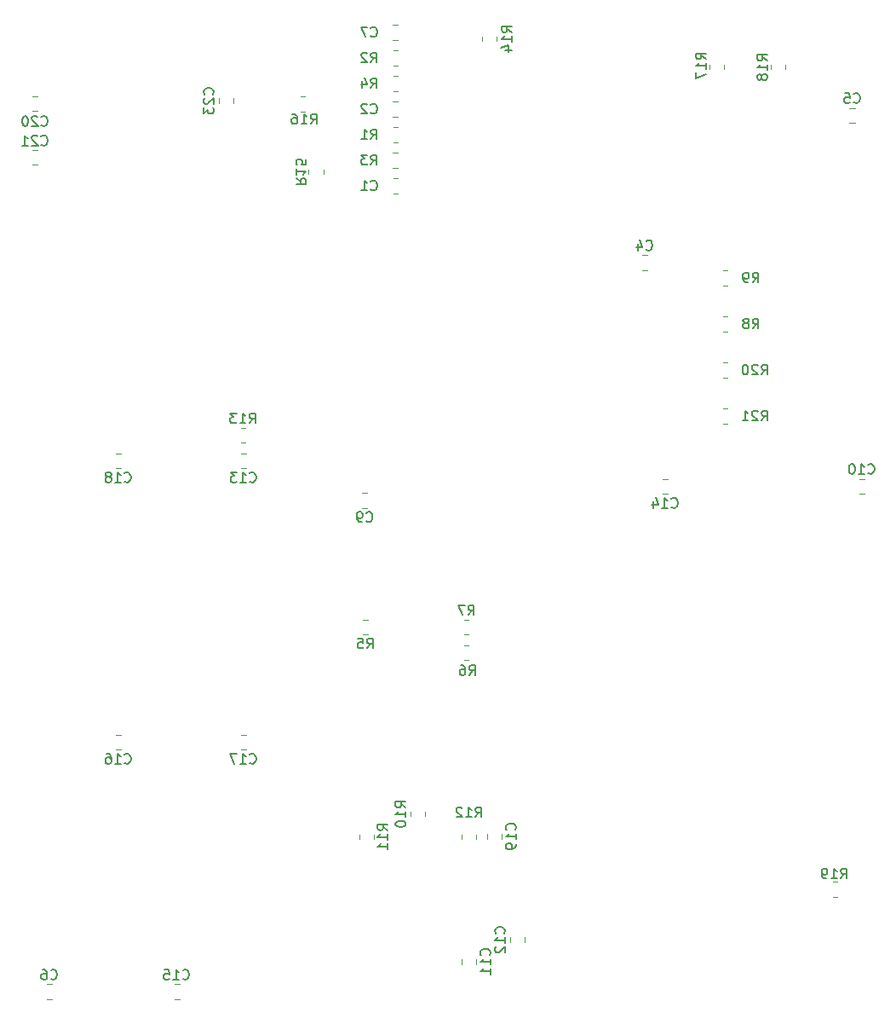
<source format=gbr>
%TF.GenerationSoftware,KiCad,Pcbnew,(5.1.9)-1*%
%TF.CreationDate,2021-05-23T14:47:50-04:00*%
%TF.ProjectId,cpu2,63707532-2e6b-4696-9361-645f70636258,rev?*%
%TF.SameCoordinates,Original*%
%TF.FileFunction,Legend,Bot*%
%TF.FilePolarity,Positive*%
%FSLAX46Y46*%
G04 Gerber Fmt 4.6, Leading zero omitted, Abs format (unit mm)*
G04 Created by KiCad (PCBNEW (5.1.9)-1) date 2021-05-23 14:47:50*
%MOMM*%
%LPD*%
G01*
G04 APERTURE LIST*
%ADD10C,0.120000*%
%ADD11C,0.150000*%
G04 APERTURE END LIST*
D10*
%TO.C,R21*%
X101476936Y-61695000D02*
X101931064Y-61695000D01*
X101476936Y-60225000D02*
X101931064Y-60225000D01*
%TO.C,R20*%
X101476936Y-57123000D02*
X101931064Y-57123000D01*
X101476936Y-55653000D02*
X101931064Y-55653000D01*
%TO.C,R19*%
X112398936Y-108685000D02*
X112853064Y-108685000D01*
X112398936Y-107215000D02*
X112853064Y-107215000D01*
%TO.C,R18*%
X107669000Y-26539564D02*
X107669000Y-26085436D01*
X106199000Y-26539564D02*
X106199000Y-26085436D01*
%TO.C,R17*%
X101573000Y-26539564D02*
X101573000Y-26085436D01*
X100103000Y-26539564D02*
X100103000Y-26085436D01*
%TO.C,R16*%
X59917064Y-29237000D02*
X59462936Y-29237000D01*
X59917064Y-30707000D02*
X59462936Y-30707000D01*
%TO.C,R15*%
X61735000Y-36927064D02*
X61735000Y-36472936D01*
X60265000Y-36927064D02*
X60265000Y-36472936D01*
%TO.C,R14*%
X77497000Y-23244436D02*
X77497000Y-23698564D01*
X78967000Y-23244436D02*
X78967000Y-23698564D01*
%TO.C,C23*%
X52805000Y-29390748D02*
X52805000Y-29913252D01*
X51335000Y-29390748D02*
X51335000Y-29913252D01*
%TO.C,C21*%
X32792648Y-36022200D02*
X33315152Y-36022200D01*
X32792648Y-34552200D02*
X33315152Y-34552200D01*
%TO.C,C20*%
X32792648Y-30668000D02*
X33315152Y-30668000D01*
X32792648Y-29198000D02*
X33315152Y-29198000D01*
%TO.C,C19*%
X79475000Y-102943252D02*
X79475000Y-102420748D01*
X78005000Y-102943252D02*
X78005000Y-102420748D01*
%TO.C,C18*%
X41074748Y-66140000D02*
X41597252Y-66140000D01*
X41074748Y-64670000D02*
X41597252Y-64670000D01*
%TO.C,C17*%
X53520748Y-94080000D02*
X54043252Y-94080000D01*
X53520748Y-92610000D02*
X54043252Y-92610000D01*
%TO.C,C16*%
X41074748Y-94080000D02*
X41597252Y-94080000D01*
X41074748Y-92610000D02*
X41597252Y-92610000D01*
%TO.C,C15*%
X46916748Y-118845000D02*
X47439252Y-118845000D01*
X46916748Y-117375000D02*
X47439252Y-117375000D01*
%TO.C,C14*%
X95435748Y-67210000D02*
X95958252Y-67210000D01*
X95435748Y-68680000D02*
X95958252Y-68680000D01*
%TO.C,C13*%
X53520748Y-66140000D02*
X54043252Y-66140000D01*
X53520748Y-64670000D02*
X54043252Y-64670000D01*
%TO.C,C12*%
X81761000Y-112702748D02*
X81761000Y-113225252D01*
X80291000Y-112702748D02*
X80291000Y-113225252D01*
%TO.C,C11*%
X76935000Y-115389252D02*
X76935000Y-114866748D01*
X75465000Y-115389252D02*
X75465000Y-114866748D01*
%TO.C,C10*%
X115511252Y-67210000D02*
X114988748Y-67210000D01*
X115511252Y-68680000D02*
X114988748Y-68680000D01*
%TO.C,C9*%
X65585748Y-70077000D02*
X66108252Y-70077000D01*
X65585748Y-68607000D02*
X66108252Y-68607000D01*
%TO.C,R9*%
X101476936Y-47979000D02*
X101931064Y-47979000D01*
X101476936Y-46509000D02*
X101931064Y-46509000D01*
%TO.C,R13*%
X53971564Y-62130000D02*
X53517436Y-62130000D01*
X53971564Y-63600000D02*
X53517436Y-63600000D01*
%TO.C,R12*%
X76935000Y-102947064D02*
X76935000Y-102492936D01*
X75465000Y-102947064D02*
X75465000Y-102492936D01*
%TO.C,R11*%
X66775000Y-102947064D02*
X66775000Y-102492936D01*
X65305000Y-102947064D02*
X65305000Y-102492936D01*
%TO.C,R10*%
X70385000Y-100252936D02*
X70385000Y-100707064D01*
X71855000Y-100252936D02*
X71855000Y-100707064D01*
%TO.C,R8*%
X101476936Y-52551000D02*
X101931064Y-52551000D01*
X101476936Y-51081000D02*
X101931064Y-51081000D01*
%TO.C,R7*%
X76196564Y-81180000D02*
X75742436Y-81180000D01*
X76196564Y-82650000D02*
X75742436Y-82650000D01*
%TO.C,R6*%
X76196564Y-83720000D02*
X75742436Y-83720000D01*
X76196564Y-85190000D02*
X75742436Y-85190000D01*
%TO.C,R5*%
X65685936Y-82650000D02*
X66140064Y-82650000D01*
X65685936Y-81180000D02*
X66140064Y-81180000D01*
%TO.C,R4*%
X69164564Y-27205000D02*
X68710436Y-27205000D01*
X69164564Y-28675000D02*
X68710436Y-28675000D01*
%TO.C,R3*%
X69164564Y-37365000D02*
X68710436Y-37365000D01*
X69164564Y-38835000D02*
X68710436Y-38835000D01*
%TO.C,R2*%
X69164564Y-24665000D02*
X68710436Y-24665000D01*
X69164564Y-26135000D02*
X68710436Y-26135000D01*
%TO.C,R1*%
X69164564Y-32285000D02*
X68710436Y-32285000D01*
X69164564Y-33755000D02*
X68710436Y-33755000D01*
%TO.C,C7*%
X69161252Y-22125000D02*
X68638748Y-22125000D01*
X69161252Y-23595000D02*
X68638748Y-23595000D01*
%TO.C,C6*%
X34216748Y-118845000D02*
X34739252Y-118845000D01*
X34216748Y-117375000D02*
X34739252Y-117375000D01*
%TO.C,C5*%
X114561252Y-30380000D02*
X114038748Y-30380000D01*
X114561252Y-31850000D02*
X114038748Y-31850000D01*
%TO.C,C4*%
X93926252Y-44985000D02*
X93403748Y-44985000D01*
X93926252Y-46455000D02*
X93403748Y-46455000D01*
%TO.C,C2*%
X68638748Y-31215000D02*
X69161252Y-31215000D01*
X68638748Y-29745000D02*
X69161252Y-29745000D01*
%TO.C,C1*%
X68638748Y-36295000D02*
X69161252Y-36295000D01*
X68638748Y-34825000D02*
X69161252Y-34825000D01*
%TO.C,R21*%
D11*
X105291357Y-61412380D02*
X105624690Y-60936190D01*
X105862785Y-61412380D02*
X105862785Y-60412380D01*
X105481833Y-60412380D01*
X105386595Y-60460000D01*
X105338976Y-60507619D01*
X105291357Y-60602857D01*
X105291357Y-60745714D01*
X105338976Y-60840952D01*
X105386595Y-60888571D01*
X105481833Y-60936190D01*
X105862785Y-60936190D01*
X104910404Y-60507619D02*
X104862785Y-60460000D01*
X104767547Y-60412380D01*
X104529452Y-60412380D01*
X104434214Y-60460000D01*
X104386595Y-60507619D01*
X104338976Y-60602857D01*
X104338976Y-60698095D01*
X104386595Y-60840952D01*
X104958023Y-61412380D01*
X104338976Y-61412380D01*
X103386595Y-61412380D02*
X103958023Y-61412380D01*
X103672309Y-61412380D02*
X103672309Y-60412380D01*
X103767547Y-60555238D01*
X103862785Y-60650476D01*
X103958023Y-60698095D01*
%TO.C,R20*%
X105291357Y-56840380D02*
X105624690Y-56364190D01*
X105862785Y-56840380D02*
X105862785Y-55840380D01*
X105481833Y-55840380D01*
X105386595Y-55888000D01*
X105338976Y-55935619D01*
X105291357Y-56030857D01*
X105291357Y-56173714D01*
X105338976Y-56268952D01*
X105386595Y-56316571D01*
X105481833Y-56364190D01*
X105862785Y-56364190D01*
X104910404Y-55935619D02*
X104862785Y-55888000D01*
X104767547Y-55840380D01*
X104529452Y-55840380D01*
X104434214Y-55888000D01*
X104386595Y-55935619D01*
X104338976Y-56030857D01*
X104338976Y-56126095D01*
X104386595Y-56268952D01*
X104958023Y-56840380D01*
X104338976Y-56840380D01*
X103719928Y-55840380D02*
X103624690Y-55840380D01*
X103529452Y-55888000D01*
X103481833Y-55935619D01*
X103434214Y-56030857D01*
X103386595Y-56221333D01*
X103386595Y-56459428D01*
X103434214Y-56649904D01*
X103481833Y-56745142D01*
X103529452Y-56792761D01*
X103624690Y-56840380D01*
X103719928Y-56840380D01*
X103815166Y-56792761D01*
X103862785Y-56745142D01*
X103910404Y-56649904D01*
X103958023Y-56459428D01*
X103958023Y-56221333D01*
X103910404Y-56030857D01*
X103862785Y-55935619D01*
X103815166Y-55888000D01*
X103719928Y-55840380D01*
%TO.C,R19*%
X113165357Y-106878380D02*
X113498690Y-106402190D01*
X113736785Y-106878380D02*
X113736785Y-105878380D01*
X113355833Y-105878380D01*
X113260595Y-105926000D01*
X113212976Y-105973619D01*
X113165357Y-106068857D01*
X113165357Y-106211714D01*
X113212976Y-106306952D01*
X113260595Y-106354571D01*
X113355833Y-106402190D01*
X113736785Y-106402190D01*
X112212976Y-106878380D02*
X112784404Y-106878380D01*
X112498690Y-106878380D02*
X112498690Y-105878380D01*
X112593928Y-106021238D01*
X112689166Y-106116476D01*
X112784404Y-106164095D01*
X111736785Y-106878380D02*
X111546309Y-106878380D01*
X111451071Y-106830761D01*
X111403452Y-106783142D01*
X111308214Y-106640285D01*
X111260595Y-106449809D01*
X111260595Y-106068857D01*
X111308214Y-105973619D01*
X111355833Y-105926000D01*
X111451071Y-105878380D01*
X111641547Y-105878380D01*
X111736785Y-105926000D01*
X111784404Y-105973619D01*
X111832023Y-106068857D01*
X111832023Y-106306952D01*
X111784404Y-106402190D01*
X111736785Y-106449809D01*
X111641547Y-106497428D01*
X111451071Y-106497428D01*
X111355833Y-106449809D01*
X111308214Y-106402190D01*
X111260595Y-106306952D01*
%TO.C,R18*%
X105862380Y-25669642D02*
X105386190Y-25336309D01*
X105862380Y-25098214D02*
X104862380Y-25098214D01*
X104862380Y-25479166D01*
X104910000Y-25574404D01*
X104957619Y-25622023D01*
X105052857Y-25669642D01*
X105195714Y-25669642D01*
X105290952Y-25622023D01*
X105338571Y-25574404D01*
X105386190Y-25479166D01*
X105386190Y-25098214D01*
X105862380Y-26622023D02*
X105862380Y-26050595D01*
X105862380Y-26336309D02*
X104862380Y-26336309D01*
X105005238Y-26241071D01*
X105100476Y-26145833D01*
X105148095Y-26050595D01*
X105290952Y-27193452D02*
X105243333Y-27098214D01*
X105195714Y-27050595D01*
X105100476Y-27002976D01*
X105052857Y-27002976D01*
X104957619Y-27050595D01*
X104910000Y-27098214D01*
X104862380Y-27193452D01*
X104862380Y-27383928D01*
X104910000Y-27479166D01*
X104957619Y-27526785D01*
X105052857Y-27574404D01*
X105100476Y-27574404D01*
X105195714Y-27526785D01*
X105243333Y-27479166D01*
X105290952Y-27383928D01*
X105290952Y-27193452D01*
X105338571Y-27098214D01*
X105386190Y-27050595D01*
X105481428Y-27002976D01*
X105671904Y-27002976D01*
X105767142Y-27050595D01*
X105814761Y-27098214D01*
X105862380Y-27193452D01*
X105862380Y-27383928D01*
X105814761Y-27479166D01*
X105767142Y-27526785D01*
X105671904Y-27574404D01*
X105481428Y-27574404D01*
X105386190Y-27526785D01*
X105338571Y-27479166D01*
X105290952Y-27383928D01*
%TO.C,R17*%
X99766380Y-25519142D02*
X99290190Y-25185809D01*
X99766380Y-24947714D02*
X98766380Y-24947714D01*
X98766380Y-25328666D01*
X98814000Y-25423904D01*
X98861619Y-25471523D01*
X98956857Y-25519142D01*
X99099714Y-25519142D01*
X99194952Y-25471523D01*
X99242571Y-25423904D01*
X99290190Y-25328666D01*
X99290190Y-24947714D01*
X99766380Y-26471523D02*
X99766380Y-25900095D01*
X99766380Y-26185809D02*
X98766380Y-26185809D01*
X98909238Y-26090571D01*
X99004476Y-25995333D01*
X99052095Y-25900095D01*
X98766380Y-26804857D02*
X98766380Y-27471523D01*
X99766380Y-27042952D01*
%TO.C,R16*%
X60483357Y-31948380D02*
X60816690Y-31472190D01*
X61054785Y-31948380D02*
X61054785Y-30948380D01*
X60673833Y-30948380D01*
X60578595Y-30996000D01*
X60530976Y-31043619D01*
X60483357Y-31138857D01*
X60483357Y-31281714D01*
X60530976Y-31376952D01*
X60578595Y-31424571D01*
X60673833Y-31472190D01*
X61054785Y-31472190D01*
X59530976Y-31948380D02*
X60102404Y-31948380D01*
X59816690Y-31948380D02*
X59816690Y-30948380D01*
X59911928Y-31091238D01*
X60007166Y-31186476D01*
X60102404Y-31234095D01*
X58673833Y-30948380D02*
X58864309Y-30948380D01*
X58959547Y-30996000D01*
X59007166Y-31043619D01*
X59102404Y-31186476D01*
X59150023Y-31376952D01*
X59150023Y-31757904D01*
X59102404Y-31853142D01*
X59054785Y-31900761D01*
X58959547Y-31948380D01*
X58769071Y-31948380D01*
X58673833Y-31900761D01*
X58626214Y-31853142D01*
X58578595Y-31757904D01*
X58578595Y-31519809D01*
X58626214Y-31424571D01*
X58673833Y-31376952D01*
X58769071Y-31329333D01*
X58959547Y-31329333D01*
X59054785Y-31376952D01*
X59102404Y-31424571D01*
X59150023Y-31519809D01*
%TO.C,R15*%
X59023619Y-37342857D02*
X59499809Y-37676190D01*
X59023619Y-37914285D02*
X60023619Y-37914285D01*
X60023619Y-37533333D01*
X59976000Y-37438095D01*
X59928380Y-37390476D01*
X59833142Y-37342857D01*
X59690285Y-37342857D01*
X59595047Y-37390476D01*
X59547428Y-37438095D01*
X59499809Y-37533333D01*
X59499809Y-37914285D01*
X59023619Y-36390476D02*
X59023619Y-36961904D01*
X59023619Y-36676190D02*
X60023619Y-36676190D01*
X59880761Y-36771428D01*
X59785523Y-36866666D01*
X59737904Y-36961904D01*
X60023619Y-35485714D02*
X60023619Y-35961904D01*
X59547428Y-36009523D01*
X59595047Y-35961904D01*
X59642666Y-35866666D01*
X59642666Y-35628571D01*
X59595047Y-35533333D01*
X59547428Y-35485714D01*
X59452190Y-35438095D01*
X59214095Y-35438095D01*
X59118857Y-35485714D01*
X59071238Y-35533333D01*
X59023619Y-35628571D01*
X59023619Y-35866666D01*
X59071238Y-35961904D01*
X59118857Y-36009523D01*
%TO.C,R14*%
X80462380Y-22828642D02*
X79986190Y-22495309D01*
X80462380Y-22257214D02*
X79462380Y-22257214D01*
X79462380Y-22638166D01*
X79510000Y-22733404D01*
X79557619Y-22781023D01*
X79652857Y-22828642D01*
X79795714Y-22828642D01*
X79890952Y-22781023D01*
X79938571Y-22733404D01*
X79986190Y-22638166D01*
X79986190Y-22257214D01*
X80462380Y-23781023D02*
X80462380Y-23209595D01*
X80462380Y-23495309D02*
X79462380Y-23495309D01*
X79605238Y-23400071D01*
X79700476Y-23304833D01*
X79748095Y-23209595D01*
X79795714Y-24638166D02*
X80462380Y-24638166D01*
X79414761Y-24400071D02*
X80129047Y-24161976D01*
X80129047Y-24781023D01*
%TO.C,C23*%
X50747142Y-29009142D02*
X50794761Y-28961523D01*
X50842380Y-28818666D01*
X50842380Y-28723428D01*
X50794761Y-28580571D01*
X50699523Y-28485333D01*
X50604285Y-28437714D01*
X50413809Y-28390095D01*
X50270952Y-28390095D01*
X50080476Y-28437714D01*
X49985238Y-28485333D01*
X49890000Y-28580571D01*
X49842380Y-28723428D01*
X49842380Y-28818666D01*
X49890000Y-28961523D01*
X49937619Y-29009142D01*
X49937619Y-29390095D02*
X49890000Y-29437714D01*
X49842380Y-29532952D01*
X49842380Y-29771047D01*
X49890000Y-29866285D01*
X49937619Y-29913904D01*
X50032857Y-29961523D01*
X50128095Y-29961523D01*
X50270952Y-29913904D01*
X50842380Y-29342476D01*
X50842380Y-29961523D01*
X49842380Y-30294857D02*
X49842380Y-30913904D01*
X50223333Y-30580571D01*
X50223333Y-30723428D01*
X50270952Y-30818666D01*
X50318571Y-30866285D01*
X50413809Y-30913904D01*
X50651904Y-30913904D01*
X50747142Y-30866285D01*
X50794761Y-30818666D01*
X50842380Y-30723428D01*
X50842380Y-30437714D01*
X50794761Y-30342476D01*
X50747142Y-30294857D01*
%TO.C,C21*%
X33696757Y-33993342D02*
X33744376Y-34040961D01*
X33887233Y-34088580D01*
X33982471Y-34088580D01*
X34125328Y-34040961D01*
X34220566Y-33945723D01*
X34268185Y-33850485D01*
X34315804Y-33660009D01*
X34315804Y-33517152D01*
X34268185Y-33326676D01*
X34220566Y-33231438D01*
X34125328Y-33136200D01*
X33982471Y-33088580D01*
X33887233Y-33088580D01*
X33744376Y-33136200D01*
X33696757Y-33183819D01*
X33315804Y-33183819D02*
X33268185Y-33136200D01*
X33172947Y-33088580D01*
X32934852Y-33088580D01*
X32839614Y-33136200D01*
X32791995Y-33183819D01*
X32744376Y-33279057D01*
X32744376Y-33374295D01*
X32791995Y-33517152D01*
X33363423Y-34088580D01*
X32744376Y-34088580D01*
X31791995Y-34088580D02*
X32363423Y-34088580D01*
X32077709Y-34088580D02*
X32077709Y-33088580D01*
X32172947Y-33231438D01*
X32268185Y-33326676D01*
X32363423Y-33374295D01*
%TO.C,C20*%
X33696757Y-32068142D02*
X33744376Y-32115761D01*
X33887233Y-32163380D01*
X33982471Y-32163380D01*
X34125328Y-32115761D01*
X34220566Y-32020523D01*
X34268185Y-31925285D01*
X34315804Y-31734809D01*
X34315804Y-31591952D01*
X34268185Y-31401476D01*
X34220566Y-31306238D01*
X34125328Y-31211000D01*
X33982471Y-31163380D01*
X33887233Y-31163380D01*
X33744376Y-31211000D01*
X33696757Y-31258619D01*
X33315804Y-31258619D02*
X33268185Y-31211000D01*
X33172947Y-31163380D01*
X32934852Y-31163380D01*
X32839614Y-31211000D01*
X32791995Y-31258619D01*
X32744376Y-31353857D01*
X32744376Y-31449095D01*
X32791995Y-31591952D01*
X33363423Y-32163380D01*
X32744376Y-32163380D01*
X32125328Y-31163380D02*
X32030090Y-31163380D01*
X31934852Y-31211000D01*
X31887233Y-31258619D01*
X31839614Y-31353857D01*
X31791995Y-31544333D01*
X31791995Y-31782428D01*
X31839614Y-31972904D01*
X31887233Y-32068142D01*
X31934852Y-32115761D01*
X32030090Y-32163380D01*
X32125328Y-32163380D01*
X32220566Y-32115761D01*
X32268185Y-32068142D01*
X32315804Y-31972904D01*
X32363423Y-31782428D01*
X32363423Y-31544333D01*
X32315804Y-31353857D01*
X32268185Y-31258619D01*
X32220566Y-31211000D01*
X32125328Y-31163380D01*
%TO.C,C19*%
X80777142Y-102039142D02*
X80824761Y-101991523D01*
X80872380Y-101848666D01*
X80872380Y-101753428D01*
X80824761Y-101610571D01*
X80729523Y-101515333D01*
X80634285Y-101467714D01*
X80443809Y-101420095D01*
X80300952Y-101420095D01*
X80110476Y-101467714D01*
X80015238Y-101515333D01*
X79920000Y-101610571D01*
X79872380Y-101753428D01*
X79872380Y-101848666D01*
X79920000Y-101991523D01*
X79967619Y-102039142D01*
X80872380Y-102991523D02*
X80872380Y-102420095D01*
X80872380Y-102705809D02*
X79872380Y-102705809D01*
X80015238Y-102610571D01*
X80110476Y-102515333D01*
X80158095Y-102420095D01*
X80872380Y-103467714D02*
X80872380Y-103658190D01*
X80824761Y-103753428D01*
X80777142Y-103801047D01*
X80634285Y-103896285D01*
X80443809Y-103943904D01*
X80062857Y-103943904D01*
X79967619Y-103896285D01*
X79920000Y-103848666D01*
X79872380Y-103753428D01*
X79872380Y-103562952D01*
X79920000Y-103467714D01*
X79967619Y-103420095D01*
X80062857Y-103372476D01*
X80300952Y-103372476D01*
X80396190Y-103420095D01*
X80443809Y-103467714D01*
X80491428Y-103562952D01*
X80491428Y-103753428D01*
X80443809Y-103848666D01*
X80396190Y-103896285D01*
X80300952Y-103943904D01*
%TO.C,C18*%
X41978857Y-67442142D02*
X42026476Y-67489761D01*
X42169333Y-67537380D01*
X42264571Y-67537380D01*
X42407428Y-67489761D01*
X42502666Y-67394523D01*
X42550285Y-67299285D01*
X42597904Y-67108809D01*
X42597904Y-66965952D01*
X42550285Y-66775476D01*
X42502666Y-66680238D01*
X42407428Y-66585000D01*
X42264571Y-66537380D01*
X42169333Y-66537380D01*
X42026476Y-66585000D01*
X41978857Y-66632619D01*
X41026476Y-67537380D02*
X41597904Y-67537380D01*
X41312190Y-67537380D02*
X41312190Y-66537380D01*
X41407428Y-66680238D01*
X41502666Y-66775476D01*
X41597904Y-66823095D01*
X40455047Y-66965952D02*
X40550285Y-66918333D01*
X40597904Y-66870714D01*
X40645523Y-66775476D01*
X40645523Y-66727857D01*
X40597904Y-66632619D01*
X40550285Y-66585000D01*
X40455047Y-66537380D01*
X40264571Y-66537380D01*
X40169333Y-66585000D01*
X40121714Y-66632619D01*
X40074095Y-66727857D01*
X40074095Y-66775476D01*
X40121714Y-66870714D01*
X40169333Y-66918333D01*
X40264571Y-66965952D01*
X40455047Y-66965952D01*
X40550285Y-67013571D01*
X40597904Y-67061190D01*
X40645523Y-67156428D01*
X40645523Y-67346904D01*
X40597904Y-67442142D01*
X40550285Y-67489761D01*
X40455047Y-67537380D01*
X40264571Y-67537380D01*
X40169333Y-67489761D01*
X40121714Y-67442142D01*
X40074095Y-67346904D01*
X40074095Y-67156428D01*
X40121714Y-67061190D01*
X40169333Y-67013571D01*
X40264571Y-66965952D01*
%TO.C,C17*%
X54424857Y-95382142D02*
X54472476Y-95429761D01*
X54615333Y-95477380D01*
X54710571Y-95477380D01*
X54853428Y-95429761D01*
X54948666Y-95334523D01*
X54996285Y-95239285D01*
X55043904Y-95048809D01*
X55043904Y-94905952D01*
X54996285Y-94715476D01*
X54948666Y-94620238D01*
X54853428Y-94525000D01*
X54710571Y-94477380D01*
X54615333Y-94477380D01*
X54472476Y-94525000D01*
X54424857Y-94572619D01*
X53472476Y-95477380D02*
X54043904Y-95477380D01*
X53758190Y-95477380D02*
X53758190Y-94477380D01*
X53853428Y-94620238D01*
X53948666Y-94715476D01*
X54043904Y-94763095D01*
X53139142Y-94477380D02*
X52472476Y-94477380D01*
X52901047Y-95477380D01*
%TO.C,C16*%
X41978857Y-95382142D02*
X42026476Y-95429761D01*
X42169333Y-95477380D01*
X42264571Y-95477380D01*
X42407428Y-95429761D01*
X42502666Y-95334523D01*
X42550285Y-95239285D01*
X42597904Y-95048809D01*
X42597904Y-94905952D01*
X42550285Y-94715476D01*
X42502666Y-94620238D01*
X42407428Y-94525000D01*
X42264571Y-94477380D01*
X42169333Y-94477380D01*
X42026476Y-94525000D01*
X41978857Y-94572619D01*
X41026476Y-95477380D02*
X41597904Y-95477380D01*
X41312190Y-95477380D02*
X41312190Y-94477380D01*
X41407428Y-94620238D01*
X41502666Y-94715476D01*
X41597904Y-94763095D01*
X40169333Y-94477380D02*
X40359809Y-94477380D01*
X40455047Y-94525000D01*
X40502666Y-94572619D01*
X40597904Y-94715476D01*
X40645523Y-94905952D01*
X40645523Y-95286904D01*
X40597904Y-95382142D01*
X40550285Y-95429761D01*
X40455047Y-95477380D01*
X40264571Y-95477380D01*
X40169333Y-95429761D01*
X40121714Y-95382142D01*
X40074095Y-95286904D01*
X40074095Y-95048809D01*
X40121714Y-94953571D01*
X40169333Y-94905952D01*
X40264571Y-94858333D01*
X40455047Y-94858333D01*
X40550285Y-94905952D01*
X40597904Y-94953571D01*
X40645523Y-95048809D01*
%TO.C,C15*%
X47759857Y-116816142D02*
X47807476Y-116863761D01*
X47950333Y-116911380D01*
X48045571Y-116911380D01*
X48188428Y-116863761D01*
X48283666Y-116768523D01*
X48331285Y-116673285D01*
X48378904Y-116482809D01*
X48378904Y-116339952D01*
X48331285Y-116149476D01*
X48283666Y-116054238D01*
X48188428Y-115959000D01*
X48045571Y-115911380D01*
X47950333Y-115911380D01*
X47807476Y-115959000D01*
X47759857Y-116006619D01*
X46807476Y-116911380D02*
X47378904Y-116911380D01*
X47093190Y-116911380D02*
X47093190Y-115911380D01*
X47188428Y-116054238D01*
X47283666Y-116149476D01*
X47378904Y-116197095D01*
X45902714Y-115911380D02*
X46378904Y-115911380D01*
X46426523Y-116387571D01*
X46378904Y-116339952D01*
X46283666Y-116292333D01*
X46045571Y-116292333D01*
X45950333Y-116339952D01*
X45902714Y-116387571D01*
X45855095Y-116482809D01*
X45855095Y-116720904D01*
X45902714Y-116816142D01*
X45950333Y-116863761D01*
X46045571Y-116911380D01*
X46283666Y-116911380D01*
X46378904Y-116863761D01*
X46426523Y-116816142D01*
%TO.C,C14*%
X96339857Y-69982142D02*
X96387476Y-70029761D01*
X96530333Y-70077380D01*
X96625571Y-70077380D01*
X96768428Y-70029761D01*
X96863666Y-69934523D01*
X96911285Y-69839285D01*
X96958904Y-69648809D01*
X96958904Y-69505952D01*
X96911285Y-69315476D01*
X96863666Y-69220238D01*
X96768428Y-69125000D01*
X96625571Y-69077380D01*
X96530333Y-69077380D01*
X96387476Y-69125000D01*
X96339857Y-69172619D01*
X95387476Y-70077380D02*
X95958904Y-70077380D01*
X95673190Y-70077380D02*
X95673190Y-69077380D01*
X95768428Y-69220238D01*
X95863666Y-69315476D01*
X95958904Y-69363095D01*
X94530333Y-69410714D02*
X94530333Y-70077380D01*
X94768428Y-69029761D02*
X95006523Y-69744047D01*
X94387476Y-69744047D01*
%TO.C,C13*%
X54424857Y-67442142D02*
X54472476Y-67489761D01*
X54615333Y-67537380D01*
X54710571Y-67537380D01*
X54853428Y-67489761D01*
X54948666Y-67394523D01*
X54996285Y-67299285D01*
X55043904Y-67108809D01*
X55043904Y-66965952D01*
X54996285Y-66775476D01*
X54948666Y-66680238D01*
X54853428Y-66585000D01*
X54710571Y-66537380D01*
X54615333Y-66537380D01*
X54472476Y-66585000D01*
X54424857Y-66632619D01*
X53472476Y-67537380D02*
X54043904Y-67537380D01*
X53758190Y-67537380D02*
X53758190Y-66537380D01*
X53853428Y-66680238D01*
X53948666Y-66775476D01*
X54043904Y-66823095D01*
X53139142Y-66537380D02*
X52520095Y-66537380D01*
X52853428Y-66918333D01*
X52710571Y-66918333D01*
X52615333Y-66965952D01*
X52567714Y-67013571D01*
X52520095Y-67108809D01*
X52520095Y-67346904D01*
X52567714Y-67442142D01*
X52615333Y-67489761D01*
X52710571Y-67537380D01*
X52996285Y-67537380D01*
X53091523Y-67489761D01*
X53139142Y-67442142D01*
%TO.C,C12*%
X79703142Y-112321142D02*
X79750761Y-112273523D01*
X79798380Y-112130666D01*
X79798380Y-112035428D01*
X79750761Y-111892571D01*
X79655523Y-111797333D01*
X79560285Y-111749714D01*
X79369809Y-111702095D01*
X79226952Y-111702095D01*
X79036476Y-111749714D01*
X78941238Y-111797333D01*
X78846000Y-111892571D01*
X78798380Y-112035428D01*
X78798380Y-112130666D01*
X78846000Y-112273523D01*
X78893619Y-112321142D01*
X79798380Y-113273523D02*
X79798380Y-112702095D01*
X79798380Y-112987809D02*
X78798380Y-112987809D01*
X78941238Y-112892571D01*
X79036476Y-112797333D01*
X79084095Y-112702095D01*
X78893619Y-113654476D02*
X78846000Y-113702095D01*
X78798380Y-113797333D01*
X78798380Y-114035428D01*
X78846000Y-114130666D01*
X78893619Y-114178285D01*
X78988857Y-114225904D01*
X79084095Y-114225904D01*
X79226952Y-114178285D01*
X79798380Y-113606857D01*
X79798380Y-114225904D01*
%TO.C,C11*%
X78237142Y-114485142D02*
X78284761Y-114437523D01*
X78332380Y-114294666D01*
X78332380Y-114199428D01*
X78284761Y-114056571D01*
X78189523Y-113961333D01*
X78094285Y-113913714D01*
X77903809Y-113866095D01*
X77760952Y-113866095D01*
X77570476Y-113913714D01*
X77475238Y-113961333D01*
X77380000Y-114056571D01*
X77332380Y-114199428D01*
X77332380Y-114294666D01*
X77380000Y-114437523D01*
X77427619Y-114485142D01*
X78332380Y-115437523D02*
X78332380Y-114866095D01*
X78332380Y-115151809D02*
X77332380Y-115151809D01*
X77475238Y-115056571D01*
X77570476Y-114961333D01*
X77618095Y-114866095D01*
X78332380Y-116389904D02*
X78332380Y-115818476D01*
X78332380Y-116104190D02*
X77332380Y-116104190D01*
X77475238Y-116008952D01*
X77570476Y-115913714D01*
X77618095Y-115818476D01*
%TO.C,C10*%
X115892857Y-66622142D02*
X115940476Y-66669761D01*
X116083333Y-66717380D01*
X116178571Y-66717380D01*
X116321428Y-66669761D01*
X116416666Y-66574523D01*
X116464285Y-66479285D01*
X116511904Y-66288809D01*
X116511904Y-66145952D01*
X116464285Y-65955476D01*
X116416666Y-65860238D01*
X116321428Y-65765000D01*
X116178571Y-65717380D01*
X116083333Y-65717380D01*
X115940476Y-65765000D01*
X115892857Y-65812619D01*
X114940476Y-66717380D02*
X115511904Y-66717380D01*
X115226190Y-66717380D02*
X115226190Y-65717380D01*
X115321428Y-65860238D01*
X115416666Y-65955476D01*
X115511904Y-66003095D01*
X114321428Y-65717380D02*
X114226190Y-65717380D01*
X114130952Y-65765000D01*
X114083333Y-65812619D01*
X114035714Y-65907857D01*
X113988095Y-66098333D01*
X113988095Y-66336428D01*
X114035714Y-66526904D01*
X114083333Y-66622142D01*
X114130952Y-66669761D01*
X114226190Y-66717380D01*
X114321428Y-66717380D01*
X114416666Y-66669761D01*
X114464285Y-66622142D01*
X114511904Y-66526904D01*
X114559523Y-66336428D01*
X114559523Y-66098333D01*
X114511904Y-65907857D01*
X114464285Y-65812619D01*
X114416666Y-65765000D01*
X114321428Y-65717380D01*
%TO.C,C9*%
X66013666Y-71379142D02*
X66061285Y-71426761D01*
X66204142Y-71474380D01*
X66299380Y-71474380D01*
X66442238Y-71426761D01*
X66537476Y-71331523D01*
X66585095Y-71236285D01*
X66632714Y-71045809D01*
X66632714Y-70902952D01*
X66585095Y-70712476D01*
X66537476Y-70617238D01*
X66442238Y-70522000D01*
X66299380Y-70474380D01*
X66204142Y-70474380D01*
X66061285Y-70522000D01*
X66013666Y-70569619D01*
X65537476Y-71474380D02*
X65347000Y-71474380D01*
X65251761Y-71426761D01*
X65204142Y-71379142D01*
X65108904Y-71236285D01*
X65061285Y-71045809D01*
X65061285Y-70664857D01*
X65108904Y-70569619D01*
X65156523Y-70522000D01*
X65251761Y-70474380D01*
X65442238Y-70474380D01*
X65537476Y-70522000D01*
X65585095Y-70569619D01*
X65632714Y-70664857D01*
X65632714Y-70902952D01*
X65585095Y-70998190D01*
X65537476Y-71045809D01*
X65442238Y-71093428D01*
X65251761Y-71093428D01*
X65156523Y-71045809D01*
X65108904Y-70998190D01*
X65061285Y-70902952D01*
%TO.C,R9*%
X104410666Y-47696380D02*
X104744000Y-47220190D01*
X104982095Y-47696380D02*
X104982095Y-46696380D01*
X104601142Y-46696380D01*
X104505904Y-46744000D01*
X104458285Y-46791619D01*
X104410666Y-46886857D01*
X104410666Y-47029714D01*
X104458285Y-47124952D01*
X104505904Y-47172571D01*
X104601142Y-47220190D01*
X104982095Y-47220190D01*
X103934476Y-47696380D02*
X103744000Y-47696380D01*
X103648761Y-47648761D01*
X103601142Y-47601142D01*
X103505904Y-47458285D01*
X103458285Y-47267809D01*
X103458285Y-46886857D01*
X103505904Y-46791619D01*
X103553523Y-46744000D01*
X103648761Y-46696380D01*
X103839238Y-46696380D01*
X103934476Y-46744000D01*
X103982095Y-46791619D01*
X104029714Y-46886857D01*
X104029714Y-47124952D01*
X103982095Y-47220190D01*
X103934476Y-47267809D01*
X103839238Y-47315428D01*
X103648761Y-47315428D01*
X103553523Y-47267809D01*
X103505904Y-47220190D01*
X103458285Y-47124952D01*
%TO.C,R13*%
X54387357Y-61667380D02*
X54720690Y-61191190D01*
X54958785Y-61667380D02*
X54958785Y-60667380D01*
X54577833Y-60667380D01*
X54482595Y-60715000D01*
X54434976Y-60762619D01*
X54387357Y-60857857D01*
X54387357Y-61000714D01*
X54434976Y-61095952D01*
X54482595Y-61143571D01*
X54577833Y-61191190D01*
X54958785Y-61191190D01*
X53434976Y-61667380D02*
X54006404Y-61667380D01*
X53720690Y-61667380D02*
X53720690Y-60667380D01*
X53815928Y-60810238D01*
X53911166Y-60905476D01*
X54006404Y-60953095D01*
X53101642Y-60667380D02*
X52482595Y-60667380D01*
X52815928Y-61048333D01*
X52673071Y-61048333D01*
X52577833Y-61095952D01*
X52530214Y-61143571D01*
X52482595Y-61238809D01*
X52482595Y-61476904D01*
X52530214Y-61572142D01*
X52577833Y-61619761D01*
X52673071Y-61667380D01*
X52958785Y-61667380D01*
X53054023Y-61619761D01*
X53101642Y-61572142D01*
%TO.C,R12*%
X76842857Y-100782380D02*
X77176190Y-100306190D01*
X77414285Y-100782380D02*
X77414285Y-99782380D01*
X77033333Y-99782380D01*
X76938095Y-99830000D01*
X76890476Y-99877619D01*
X76842857Y-99972857D01*
X76842857Y-100115714D01*
X76890476Y-100210952D01*
X76938095Y-100258571D01*
X77033333Y-100306190D01*
X77414285Y-100306190D01*
X75890476Y-100782380D02*
X76461904Y-100782380D01*
X76176190Y-100782380D02*
X76176190Y-99782380D01*
X76271428Y-99925238D01*
X76366666Y-100020476D01*
X76461904Y-100068095D01*
X75509523Y-99877619D02*
X75461904Y-99830000D01*
X75366666Y-99782380D01*
X75128571Y-99782380D01*
X75033333Y-99830000D01*
X74985714Y-99877619D01*
X74938095Y-99972857D01*
X74938095Y-100068095D01*
X74985714Y-100210952D01*
X75557142Y-100782380D01*
X74938095Y-100782380D01*
%TO.C,R11*%
X68142380Y-102077142D02*
X67666190Y-101743809D01*
X68142380Y-101505714D02*
X67142380Y-101505714D01*
X67142380Y-101886666D01*
X67190000Y-101981904D01*
X67237619Y-102029523D01*
X67332857Y-102077142D01*
X67475714Y-102077142D01*
X67570952Y-102029523D01*
X67618571Y-101981904D01*
X67666190Y-101886666D01*
X67666190Y-101505714D01*
X68142380Y-103029523D02*
X68142380Y-102458095D01*
X68142380Y-102743809D02*
X67142380Y-102743809D01*
X67285238Y-102648571D01*
X67380476Y-102553333D01*
X67428095Y-102458095D01*
X68142380Y-103981904D02*
X68142380Y-103410476D01*
X68142380Y-103696190D02*
X67142380Y-103696190D01*
X67285238Y-103600952D01*
X67380476Y-103505714D01*
X67428095Y-103410476D01*
%TO.C,R10*%
X69921380Y-99837142D02*
X69445190Y-99503809D01*
X69921380Y-99265714D02*
X68921380Y-99265714D01*
X68921380Y-99646666D01*
X68969000Y-99741904D01*
X69016619Y-99789523D01*
X69111857Y-99837142D01*
X69254714Y-99837142D01*
X69349952Y-99789523D01*
X69397571Y-99741904D01*
X69445190Y-99646666D01*
X69445190Y-99265714D01*
X69921380Y-100789523D02*
X69921380Y-100218095D01*
X69921380Y-100503809D02*
X68921380Y-100503809D01*
X69064238Y-100408571D01*
X69159476Y-100313333D01*
X69207095Y-100218095D01*
X68921380Y-101408571D02*
X68921380Y-101503809D01*
X68969000Y-101599047D01*
X69016619Y-101646666D01*
X69111857Y-101694285D01*
X69302333Y-101741904D01*
X69540428Y-101741904D01*
X69730904Y-101694285D01*
X69826142Y-101646666D01*
X69873761Y-101599047D01*
X69921380Y-101503809D01*
X69921380Y-101408571D01*
X69873761Y-101313333D01*
X69826142Y-101265714D01*
X69730904Y-101218095D01*
X69540428Y-101170476D01*
X69302333Y-101170476D01*
X69111857Y-101218095D01*
X69016619Y-101265714D01*
X68969000Y-101313333D01*
X68921380Y-101408571D01*
%TO.C,R8*%
X104410666Y-52268380D02*
X104744000Y-51792190D01*
X104982095Y-52268380D02*
X104982095Y-51268380D01*
X104601142Y-51268380D01*
X104505904Y-51316000D01*
X104458285Y-51363619D01*
X104410666Y-51458857D01*
X104410666Y-51601714D01*
X104458285Y-51696952D01*
X104505904Y-51744571D01*
X104601142Y-51792190D01*
X104982095Y-51792190D01*
X103839238Y-51696952D02*
X103934476Y-51649333D01*
X103982095Y-51601714D01*
X104029714Y-51506476D01*
X104029714Y-51458857D01*
X103982095Y-51363619D01*
X103934476Y-51316000D01*
X103839238Y-51268380D01*
X103648761Y-51268380D01*
X103553523Y-51316000D01*
X103505904Y-51363619D01*
X103458285Y-51458857D01*
X103458285Y-51506476D01*
X103505904Y-51601714D01*
X103553523Y-51649333D01*
X103648761Y-51696952D01*
X103839238Y-51696952D01*
X103934476Y-51744571D01*
X103982095Y-51792190D01*
X104029714Y-51887428D01*
X104029714Y-52077904D01*
X103982095Y-52173142D01*
X103934476Y-52220761D01*
X103839238Y-52268380D01*
X103648761Y-52268380D01*
X103553523Y-52220761D01*
X103505904Y-52173142D01*
X103458285Y-52077904D01*
X103458285Y-51887428D01*
X103505904Y-51792190D01*
X103553523Y-51744571D01*
X103648761Y-51696952D01*
%TO.C,R7*%
X76136166Y-80717380D02*
X76469500Y-80241190D01*
X76707595Y-80717380D02*
X76707595Y-79717380D01*
X76326642Y-79717380D01*
X76231404Y-79765000D01*
X76183785Y-79812619D01*
X76136166Y-79907857D01*
X76136166Y-80050714D01*
X76183785Y-80145952D01*
X76231404Y-80193571D01*
X76326642Y-80241190D01*
X76707595Y-80241190D01*
X75802833Y-79717380D02*
X75136166Y-79717380D01*
X75564738Y-80717380D01*
%TO.C,R6*%
X76239666Y-86685380D02*
X76573000Y-86209190D01*
X76811095Y-86685380D02*
X76811095Y-85685380D01*
X76430142Y-85685380D01*
X76334904Y-85733000D01*
X76287285Y-85780619D01*
X76239666Y-85875857D01*
X76239666Y-86018714D01*
X76287285Y-86113952D01*
X76334904Y-86161571D01*
X76430142Y-86209190D01*
X76811095Y-86209190D01*
X75382523Y-85685380D02*
X75573000Y-85685380D01*
X75668238Y-85733000D01*
X75715857Y-85780619D01*
X75811095Y-85923476D01*
X75858714Y-86113952D01*
X75858714Y-86494904D01*
X75811095Y-86590142D01*
X75763476Y-86637761D01*
X75668238Y-86685380D01*
X75477761Y-86685380D01*
X75382523Y-86637761D01*
X75334904Y-86590142D01*
X75287285Y-86494904D01*
X75287285Y-86256809D01*
X75334904Y-86161571D01*
X75382523Y-86113952D01*
X75477761Y-86066333D01*
X75668238Y-86066333D01*
X75763476Y-86113952D01*
X75811095Y-86161571D01*
X75858714Y-86256809D01*
%TO.C,R5*%
X66079666Y-84017380D02*
X66413000Y-83541190D01*
X66651095Y-84017380D02*
X66651095Y-83017380D01*
X66270142Y-83017380D01*
X66174904Y-83065000D01*
X66127285Y-83112619D01*
X66079666Y-83207857D01*
X66079666Y-83350714D01*
X66127285Y-83445952D01*
X66174904Y-83493571D01*
X66270142Y-83541190D01*
X66651095Y-83541190D01*
X65174904Y-83017380D02*
X65651095Y-83017380D01*
X65698714Y-83493571D01*
X65651095Y-83445952D01*
X65555857Y-83398333D01*
X65317761Y-83398333D01*
X65222523Y-83445952D01*
X65174904Y-83493571D01*
X65127285Y-83588809D01*
X65127285Y-83826904D01*
X65174904Y-83922142D01*
X65222523Y-83969761D01*
X65317761Y-84017380D01*
X65555857Y-84017380D01*
X65651095Y-83969761D01*
X65698714Y-83922142D01*
%TO.C,R4*%
X66460666Y-28392380D02*
X66794000Y-27916190D01*
X67032095Y-28392380D02*
X67032095Y-27392380D01*
X66651142Y-27392380D01*
X66555904Y-27440000D01*
X66508285Y-27487619D01*
X66460666Y-27582857D01*
X66460666Y-27725714D01*
X66508285Y-27820952D01*
X66555904Y-27868571D01*
X66651142Y-27916190D01*
X67032095Y-27916190D01*
X65603523Y-27725714D02*
X65603523Y-28392380D01*
X65841619Y-27344761D02*
X66079714Y-28059047D01*
X65460666Y-28059047D01*
%TO.C,R3*%
X66460666Y-36012380D02*
X66794000Y-35536190D01*
X67032095Y-36012380D02*
X67032095Y-35012380D01*
X66651142Y-35012380D01*
X66555904Y-35060000D01*
X66508285Y-35107619D01*
X66460666Y-35202857D01*
X66460666Y-35345714D01*
X66508285Y-35440952D01*
X66555904Y-35488571D01*
X66651142Y-35536190D01*
X67032095Y-35536190D01*
X66127333Y-35012380D02*
X65508285Y-35012380D01*
X65841619Y-35393333D01*
X65698761Y-35393333D01*
X65603523Y-35440952D01*
X65555904Y-35488571D01*
X65508285Y-35583809D01*
X65508285Y-35821904D01*
X65555904Y-35917142D01*
X65603523Y-35964761D01*
X65698761Y-36012380D01*
X65984476Y-36012380D01*
X66079714Y-35964761D01*
X66127333Y-35917142D01*
%TO.C,R2*%
X66460666Y-25852380D02*
X66794000Y-25376190D01*
X67032095Y-25852380D02*
X67032095Y-24852380D01*
X66651142Y-24852380D01*
X66555904Y-24900000D01*
X66508285Y-24947619D01*
X66460666Y-25042857D01*
X66460666Y-25185714D01*
X66508285Y-25280952D01*
X66555904Y-25328571D01*
X66651142Y-25376190D01*
X67032095Y-25376190D01*
X66079714Y-24947619D02*
X66032095Y-24900000D01*
X65936857Y-24852380D01*
X65698761Y-24852380D01*
X65603523Y-24900000D01*
X65555904Y-24947619D01*
X65508285Y-25042857D01*
X65508285Y-25138095D01*
X65555904Y-25280952D01*
X66127333Y-25852380D01*
X65508285Y-25852380D01*
%TO.C,R1*%
X66460666Y-33472380D02*
X66794000Y-32996190D01*
X67032095Y-33472380D02*
X67032095Y-32472380D01*
X66651142Y-32472380D01*
X66555904Y-32520000D01*
X66508285Y-32567619D01*
X66460666Y-32662857D01*
X66460666Y-32805714D01*
X66508285Y-32900952D01*
X66555904Y-32948571D01*
X66651142Y-32996190D01*
X67032095Y-32996190D01*
X65508285Y-33472380D02*
X66079714Y-33472380D01*
X65794000Y-33472380D02*
X65794000Y-32472380D01*
X65889238Y-32615238D01*
X65984476Y-32710476D01*
X66079714Y-32758095D01*
%TO.C,C7*%
X66460666Y-23217142D02*
X66508285Y-23264761D01*
X66651142Y-23312380D01*
X66746380Y-23312380D01*
X66889238Y-23264761D01*
X66984476Y-23169523D01*
X67032095Y-23074285D01*
X67079714Y-22883809D01*
X67079714Y-22740952D01*
X67032095Y-22550476D01*
X66984476Y-22455238D01*
X66889238Y-22360000D01*
X66746380Y-22312380D01*
X66651142Y-22312380D01*
X66508285Y-22360000D01*
X66460666Y-22407619D01*
X66127333Y-22312380D02*
X65460666Y-22312380D01*
X65889238Y-23312380D01*
%TO.C,C6*%
X34644666Y-116816142D02*
X34692285Y-116863761D01*
X34835142Y-116911380D01*
X34930380Y-116911380D01*
X35073238Y-116863761D01*
X35168476Y-116768523D01*
X35216095Y-116673285D01*
X35263714Y-116482809D01*
X35263714Y-116339952D01*
X35216095Y-116149476D01*
X35168476Y-116054238D01*
X35073238Y-115959000D01*
X34930380Y-115911380D01*
X34835142Y-115911380D01*
X34692285Y-115959000D01*
X34644666Y-116006619D01*
X33787523Y-115911380D02*
X33978000Y-115911380D01*
X34073238Y-115959000D01*
X34120857Y-116006619D01*
X34216095Y-116149476D01*
X34263714Y-116339952D01*
X34263714Y-116720904D01*
X34216095Y-116816142D01*
X34168476Y-116863761D01*
X34073238Y-116911380D01*
X33882761Y-116911380D01*
X33787523Y-116863761D01*
X33739904Y-116816142D01*
X33692285Y-116720904D01*
X33692285Y-116482809D01*
X33739904Y-116387571D01*
X33787523Y-116339952D01*
X33882761Y-116292333D01*
X34073238Y-116292333D01*
X34168476Y-116339952D01*
X34216095Y-116387571D01*
X34263714Y-116482809D01*
%TO.C,C5*%
X114466666Y-29792142D02*
X114514285Y-29839761D01*
X114657142Y-29887380D01*
X114752380Y-29887380D01*
X114895238Y-29839761D01*
X114990476Y-29744523D01*
X115038095Y-29649285D01*
X115085714Y-29458809D01*
X115085714Y-29315952D01*
X115038095Y-29125476D01*
X114990476Y-29030238D01*
X114895238Y-28935000D01*
X114752380Y-28887380D01*
X114657142Y-28887380D01*
X114514285Y-28935000D01*
X114466666Y-28982619D01*
X113561904Y-28887380D02*
X114038095Y-28887380D01*
X114085714Y-29363571D01*
X114038095Y-29315952D01*
X113942857Y-29268333D01*
X113704761Y-29268333D01*
X113609523Y-29315952D01*
X113561904Y-29363571D01*
X113514285Y-29458809D01*
X113514285Y-29696904D01*
X113561904Y-29792142D01*
X113609523Y-29839761D01*
X113704761Y-29887380D01*
X113942857Y-29887380D01*
X114038095Y-29839761D01*
X114085714Y-29792142D01*
%TO.C,C4*%
X93831666Y-44397142D02*
X93879285Y-44444761D01*
X94022142Y-44492380D01*
X94117380Y-44492380D01*
X94260238Y-44444761D01*
X94355476Y-44349523D01*
X94403095Y-44254285D01*
X94450714Y-44063809D01*
X94450714Y-43920952D01*
X94403095Y-43730476D01*
X94355476Y-43635238D01*
X94260238Y-43540000D01*
X94117380Y-43492380D01*
X94022142Y-43492380D01*
X93879285Y-43540000D01*
X93831666Y-43587619D01*
X92974523Y-43825714D02*
X92974523Y-44492380D01*
X93212619Y-43444761D02*
X93450714Y-44159047D01*
X92831666Y-44159047D01*
%TO.C,C2*%
X66460666Y-30837142D02*
X66508285Y-30884761D01*
X66651142Y-30932380D01*
X66746380Y-30932380D01*
X66889238Y-30884761D01*
X66984476Y-30789523D01*
X67032095Y-30694285D01*
X67079714Y-30503809D01*
X67079714Y-30360952D01*
X67032095Y-30170476D01*
X66984476Y-30075238D01*
X66889238Y-29980000D01*
X66746380Y-29932380D01*
X66651142Y-29932380D01*
X66508285Y-29980000D01*
X66460666Y-30027619D01*
X66079714Y-30027619D02*
X66032095Y-29980000D01*
X65936857Y-29932380D01*
X65698761Y-29932380D01*
X65603523Y-29980000D01*
X65555904Y-30027619D01*
X65508285Y-30122857D01*
X65508285Y-30218095D01*
X65555904Y-30360952D01*
X66127333Y-30932380D01*
X65508285Y-30932380D01*
%TO.C,C1*%
X66460666Y-38457142D02*
X66508285Y-38504761D01*
X66651142Y-38552380D01*
X66746380Y-38552380D01*
X66889238Y-38504761D01*
X66984476Y-38409523D01*
X67032095Y-38314285D01*
X67079714Y-38123809D01*
X67079714Y-37980952D01*
X67032095Y-37790476D01*
X66984476Y-37695238D01*
X66889238Y-37600000D01*
X66746380Y-37552380D01*
X66651142Y-37552380D01*
X66508285Y-37600000D01*
X66460666Y-37647619D01*
X65508285Y-38552380D02*
X66079714Y-38552380D01*
X65794000Y-38552380D02*
X65794000Y-37552380D01*
X65889238Y-37695238D01*
X65984476Y-37790476D01*
X66079714Y-37838095D01*
%TD*%
M02*

</source>
